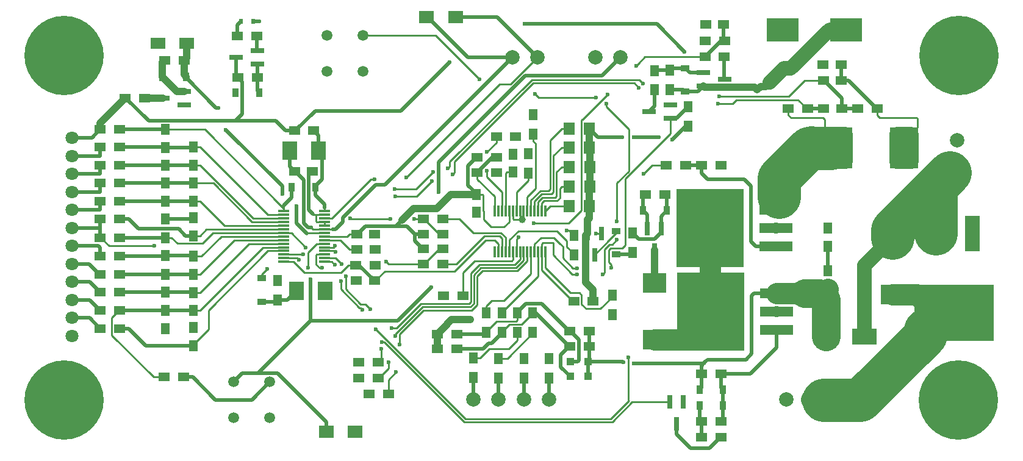
<source format=gbr>
G04 #@! TF.FileFunction,Copper,L1,Top,Signal*
%FSLAX46Y46*%
G04 Gerber Fmt 4.6, Leading zero omitted, Abs format (unit mm)*
G04 Created by KiCad (PCBNEW 4.0.4-stable) date Tuesday, December 27, 2016 'AMt' 12:33:23 AM*
%MOMM*%
%LPD*%
G01*
G04 APERTURE LIST*
%ADD10C,0.100000*%
%ADD11C,2.000000*%
%ADD12R,0.800000X1.900000*%
%ADD13R,1.000000X1.000000*%
%ADD14R,0.600000X0.800000*%
%ADD15R,1.970000X1.946000*%
%ADD16R,1.250000X1.500000*%
%ADD17R,1.500000X1.250000*%
%ADD18R,2.000000X1.600000*%
%ADD19R,2.000000X2.500000*%
%ADD20R,2.032000X5.000000*%
%ADD21R,1.597660X1.800860*%
%ADD22R,3.500120X2.301240*%
%ADD23R,4.500880X3.299460*%
%ADD24R,4.498340X3.299460*%
%ADD25C,11.000000*%
%ADD26C,0.700000*%
%ADD27R,1.900000X0.800000*%
%ADD28R,4.600000X1.390000*%
%ADD29R,9.400000X10.800000*%
%ADD30R,1.300000X1.500000*%
%ADD31R,3.200000X2.700000*%
%ADD32R,1.500000X1.300000*%
%ADD33C,1.500000*%
%ADD34R,2.000000X1.700000*%
%ADD35R,1.600000X0.300000*%
%ADD36R,0.300000X1.600000*%
%ADD37R,1.220000X0.910000*%
%ADD38R,0.910000X1.220000*%
%ADD39C,1.800000*%
%ADD40C,1.600000*%
%ADD41C,0.600000*%
%ADD42C,1.000000*%
%ADD43C,2.000000*%
%ADD44C,0.250000*%
%ADD45C,0.500000*%
%ADD46C,1.000000*%
%ADD47C,6.000000*%
%ADD48C,3.000000*%
%ADD49C,4.000000*%
G04 APERTURE END LIST*
D10*
D11*
X108000000Y-55500000D03*
X111500000Y-55500000D03*
X131700000Y-23000000D03*
X131700000Y-19500000D03*
X85000000Y-8000000D03*
X81500000Y-8000000D03*
X73500000Y-8000000D03*
X70000000Y-8000000D03*
D12*
X82350000Y-32475000D03*
X80450000Y-32475000D03*
X81400000Y-35475000D03*
D13*
X78050000Y-52325000D03*
X80550000Y-52325000D03*
X78050000Y-50275000D03*
X80550000Y-50275000D03*
D14*
X34025000Y-3000000D03*
X32325000Y-3000000D03*
D15*
X116210000Y-20600000D03*
X114240000Y-20600000D03*
X114240000Y-22546000D03*
X116210000Y-22546000D03*
X116210000Y-18654000D03*
X114240000Y-18654000D03*
X125360000Y-20600000D03*
X123390000Y-20600000D03*
X123390000Y-22546000D03*
X125360000Y-22546000D03*
X125360000Y-18654000D03*
X123390000Y-18654000D03*
D16*
X64975000Y-29550000D03*
X64975000Y-27050000D03*
D17*
X99325000Y-3475000D03*
X96825000Y-3475000D03*
D16*
X70125000Y-21475000D03*
X70125000Y-23975000D03*
X21800000Y-20550000D03*
X21800000Y-18050000D03*
X25750000Y-23000000D03*
X25750000Y-20500000D03*
X21800000Y-25500000D03*
X21800000Y-23000000D03*
X25750000Y-28000000D03*
X25750000Y-25500000D03*
X21800000Y-30500000D03*
X21800000Y-28000000D03*
X25750000Y-32800000D03*
X25750000Y-30300000D03*
X21850000Y-35550000D03*
X21850000Y-33050000D03*
X25750000Y-38150000D03*
X25750000Y-35650000D03*
X21850000Y-40650000D03*
X21850000Y-38150000D03*
X25750000Y-43200000D03*
X25750000Y-40700000D03*
X21850000Y-45700000D03*
X21850000Y-43200000D03*
X25750000Y-48050000D03*
X25750000Y-45550000D03*
D17*
X115675000Y-11250000D03*
X113175000Y-11250000D03*
X115725000Y-15150000D03*
X113225000Y-15150000D03*
X115625000Y-9050000D03*
X113125000Y-9050000D03*
X50875000Y-39050000D03*
X48375000Y-39050000D03*
D16*
X113800000Y-31750000D03*
X113800000Y-34250000D03*
D18*
X24800000Y-6075000D03*
X20800000Y-6075000D03*
D16*
X113800000Y-37700000D03*
X113800000Y-40200000D03*
D19*
X43100000Y-21000000D03*
X39100000Y-21000000D03*
X40050000Y-40450000D03*
X44050000Y-40450000D03*
D17*
X48400000Y-32575000D03*
X50900000Y-32575000D03*
X39775000Y-23850000D03*
X42275000Y-23850000D03*
X50925000Y-34675000D03*
X48425000Y-34675000D03*
D13*
X136300000Y-46870000D03*
X135300000Y-46870000D03*
X135300000Y-45870000D03*
X136300000Y-45870000D03*
X134300000Y-45870000D03*
X133300000Y-45870000D03*
X133300000Y-46870000D03*
X134300000Y-46870000D03*
X130300000Y-46870000D03*
X129300000Y-46870000D03*
X129300000Y-45870000D03*
X130300000Y-45870000D03*
X132300000Y-45870000D03*
X131300000Y-45870000D03*
X131300000Y-46870000D03*
X132300000Y-46870000D03*
X128300000Y-46870000D03*
X128300000Y-45870000D03*
X127300000Y-45870000D03*
X126300000Y-45870000D03*
X126300000Y-46870000D03*
X127300000Y-46870000D03*
X127300000Y-44870000D03*
X126300000Y-44870000D03*
X126300000Y-43870000D03*
X127300000Y-43870000D03*
X128300000Y-43870000D03*
X128300000Y-44870000D03*
X132300000Y-44870000D03*
X131300000Y-44870000D03*
X131300000Y-43870000D03*
X132300000Y-43870000D03*
X130300000Y-43870000D03*
X129300000Y-43870000D03*
X129300000Y-44870000D03*
X130300000Y-44870000D03*
X134300000Y-44870000D03*
X133300000Y-44870000D03*
X133300000Y-43870000D03*
X134300000Y-43870000D03*
X136300000Y-43870000D03*
X135300000Y-43870000D03*
X135300000Y-44870000D03*
X136300000Y-44870000D03*
D20*
X133840000Y-32455000D03*
X128760000Y-32455000D03*
D13*
X136300000Y-42100000D03*
X136300000Y-42880000D03*
X135300000Y-42880000D03*
X135300000Y-42100000D03*
X134300000Y-42100000D03*
X133300000Y-42100000D03*
X133300000Y-42880000D03*
X132300000Y-42100000D03*
X131300000Y-42880000D03*
X134300000Y-42880000D03*
X131300000Y-42100000D03*
X132300000Y-42880000D03*
X132300000Y-41100000D03*
X131300000Y-41100000D03*
X131300000Y-40100000D03*
X132300000Y-40100000D03*
X130300000Y-40100000D03*
X133300000Y-41100000D03*
X130300000Y-41100000D03*
X133300000Y-40100000D03*
X127300000Y-42100000D03*
X126300000Y-42100000D03*
X126300000Y-42880000D03*
X127300000Y-41100000D03*
X127300000Y-42880000D03*
X126300000Y-41100000D03*
X134300000Y-40100000D03*
X136300000Y-40100000D03*
X135300000Y-40100000D03*
X135300000Y-41100000D03*
X134300000Y-41100000D03*
X136300000Y-41100000D03*
X129300000Y-40100000D03*
X128300000Y-41100000D03*
X126300000Y-40100000D03*
X127300000Y-40100000D03*
X128300000Y-40100000D03*
X129300000Y-41100000D03*
X129300000Y-42880000D03*
X130300000Y-42100000D03*
X128300000Y-42880000D03*
X128300000Y-42100000D03*
X129300000Y-42100000D03*
X130300000Y-42880000D03*
D21*
X80719860Y-28700000D03*
X77880140Y-28700000D03*
X80744860Y-25950000D03*
X77905140Y-25950000D03*
X80744860Y-23225000D03*
X77905140Y-23225000D03*
X80719860Y-20550000D03*
X77880140Y-20550000D03*
X80719860Y-17925000D03*
X77880140Y-17925000D03*
D22*
X118900020Y-46825000D03*
X113499980Y-46825000D03*
D23*
X116324280Y-4225000D03*
D24*
X107525720Y-4225000D03*
D11*
X64600000Y-55500000D03*
X68100000Y-55500000D03*
X71600000Y-55500000D03*
X75100000Y-55500000D03*
D25*
X131926815Y-55573185D03*
D26*
X136051815Y-55573185D03*
X134853630Y-58500000D03*
X131926815Y-59698185D03*
X129000000Y-58500000D03*
X127801815Y-55573185D03*
X129000000Y-52646370D03*
X131926815Y-51448185D03*
X134853630Y-52646370D03*
D25*
X132000000Y-7775000D03*
D26*
X136125000Y-7775000D03*
X134926815Y-10701815D03*
X132000000Y-11900000D03*
X129073185Y-10701815D03*
X127875000Y-7775000D03*
X129073185Y-4848185D03*
X132000000Y-3650000D03*
X134926815Y-4848185D03*
D25*
X7773185Y-55573185D03*
D26*
X11898185Y-55573185D03*
X10700000Y-58500000D03*
X7773185Y-59698185D03*
X4846370Y-58500000D03*
X3648185Y-55573185D03*
X4846370Y-52646370D03*
X7773185Y-51448185D03*
X10700000Y-52646370D03*
D25*
X7775000Y-7800000D03*
D26*
X11900000Y-7800000D03*
X10701815Y-10726815D03*
X7775000Y-11925000D03*
X4848185Y-10726815D03*
X3650000Y-7800000D03*
X4848185Y-4873185D03*
X7775000Y-3675000D03*
X10701815Y-4873185D03*
D12*
X90650000Y-31800000D03*
X88750000Y-31800000D03*
X89700000Y-34800000D03*
D27*
X96500000Y-10125000D03*
X96500000Y-12025000D03*
X99500000Y-11075000D03*
X91975000Y-16500000D03*
X91975000Y-14600000D03*
X88975000Y-15550000D03*
D28*
X106600000Y-31760000D03*
D29*
X97450000Y-31760000D03*
D28*
X106600000Y-29220000D03*
X106600000Y-34300000D03*
X106675000Y-43300000D03*
D29*
X97525000Y-43300000D03*
D28*
X106675000Y-40760000D03*
X106675000Y-45840000D03*
D27*
X24500000Y-14625000D03*
X24500000Y-12725000D03*
X21500000Y-13675000D03*
D12*
X93750000Y-55900000D03*
X91850000Y-55900000D03*
X92800000Y-58900000D03*
D30*
X64600000Y-49775000D03*
X64600000Y-52475000D03*
X68100000Y-49825000D03*
X68100000Y-52525000D03*
X71625000Y-49825000D03*
X71625000Y-52525000D03*
X75100000Y-49850000D03*
X75100000Y-52550000D03*
D31*
X122725000Y-33050000D03*
X122725000Y-40950000D03*
D32*
X57675000Y-34650000D03*
X60375000Y-34650000D03*
D30*
X78525000Y-32725000D03*
X78525000Y-35425000D03*
D31*
X89700000Y-39350000D03*
X89700000Y-47250000D03*
D32*
X57675000Y-32575000D03*
X60375000Y-32575000D03*
D30*
X86675000Y-32400000D03*
X86675000Y-35100000D03*
D32*
X57675000Y-36750000D03*
X60375000Y-36750000D03*
X57650000Y-30475000D03*
X60350000Y-30475000D03*
X91150000Y-27100000D03*
X88450000Y-27100000D03*
X60450000Y-41100000D03*
X63150000Y-41100000D03*
X48675000Y-50400000D03*
X51375000Y-50400000D03*
X48675000Y-52525000D03*
X51375000Y-52525000D03*
X70475000Y-19000000D03*
X67775000Y-19000000D03*
X50100000Y-54800000D03*
X52800000Y-54800000D03*
D30*
X83875000Y-43775000D03*
X83875000Y-41075000D03*
X72925000Y-15975000D03*
X72925000Y-18675000D03*
X66389585Y-46233133D03*
X66389585Y-43533133D03*
X68564585Y-46208133D03*
X68564585Y-43508133D03*
D32*
X59625000Y-46425000D03*
X62325000Y-46425000D03*
X77975000Y-46050000D03*
X80675000Y-46050000D03*
X59625000Y-48525000D03*
X62325000Y-48525000D03*
X99425000Y-7975000D03*
X96725000Y-7975000D03*
X99475000Y-5700000D03*
X96775000Y-5700000D03*
X77975000Y-48175000D03*
X80675000Y-48175000D03*
D30*
X70700000Y-46200000D03*
X70700000Y-43500000D03*
X72825000Y-46200000D03*
X72825000Y-43500000D03*
X91825000Y-12500000D03*
X91825000Y-9800000D03*
X89750000Y-9850000D03*
X89750000Y-12550000D03*
X94400000Y-17600000D03*
X94400000Y-14900000D03*
D32*
X65140001Y-24035000D03*
X67840001Y-24035000D03*
X65125000Y-21950000D03*
X67825000Y-21950000D03*
D30*
X72225000Y-21400000D03*
X72225000Y-24100000D03*
D32*
X81225000Y-41925000D03*
X78525000Y-41925000D03*
X12800000Y-18050000D03*
X15500000Y-18050000D03*
X12800000Y-20500000D03*
X15500000Y-20500000D03*
X12800000Y-23000000D03*
X15500000Y-23000000D03*
X12800000Y-25500000D03*
X15500000Y-25500000D03*
X12800000Y-28000000D03*
X15500000Y-28000000D03*
X12800000Y-30500000D03*
X15500000Y-30500000D03*
X12800000Y-33050000D03*
X15500000Y-33050000D03*
X12800000Y-35600000D03*
X15500000Y-35600000D03*
X12800000Y-38150000D03*
X15500000Y-38150000D03*
X12800000Y-40650000D03*
X15500000Y-40650000D03*
X12800000Y-43200000D03*
X15500000Y-43200000D03*
X12800000Y-45700000D03*
X15500000Y-45700000D03*
X117975000Y-15150000D03*
X120675000Y-15150000D03*
X110975000Y-15150000D03*
X108275000Y-15150000D03*
X48275000Y-36875000D03*
X50975000Y-36875000D03*
X96250000Y-23000000D03*
X98950000Y-23000000D03*
X21725000Y-8450000D03*
X24425000Y-8450000D03*
X91350000Y-23000000D03*
X94050000Y-23000000D03*
X16275000Y-13675000D03*
X18975000Y-13675000D03*
X99000000Y-60800000D03*
X96300000Y-60800000D03*
X96250000Y-58600000D03*
X98950000Y-58600000D03*
X98950000Y-52000000D03*
X96250000Y-52000000D03*
X39750000Y-18225000D03*
X42450000Y-18225000D03*
X21675000Y-52400000D03*
X24375000Y-52400000D03*
D30*
X37450000Y-39050000D03*
X37450000Y-41750000D03*
D33*
X44300000Y-5000000D03*
X49300000Y-5000000D03*
X44300000Y-10000000D03*
X49300000Y-10000000D03*
X31325000Y-53075000D03*
X36325000Y-53075000D03*
X31325000Y-58075000D03*
X36325000Y-58075000D03*
D34*
X44175000Y-60000000D03*
X48175000Y-60000000D03*
X62100000Y-2425000D03*
X58100000Y-2425000D03*
D35*
X43900000Y-36400000D03*
X43900000Y-35900000D03*
X43900000Y-35400000D03*
X43900000Y-34900000D03*
X43900000Y-34400000D03*
X43900000Y-33900000D03*
X43900000Y-33400000D03*
X43900000Y-32900000D03*
X43900000Y-32400000D03*
X43900000Y-31900000D03*
X43900000Y-31400000D03*
X43900000Y-30900000D03*
X43900000Y-30400000D03*
X43900000Y-29900000D03*
X43900000Y-29400000D03*
X38300000Y-29400000D03*
X38300000Y-29900000D03*
X38300000Y-30400000D03*
X38300000Y-30900000D03*
X38300000Y-31400000D03*
X38300000Y-31900000D03*
X38300000Y-32400000D03*
X38300000Y-32900000D03*
X38300000Y-33400000D03*
X38300000Y-33900000D03*
X38300000Y-34400000D03*
X38300000Y-34900000D03*
X38300000Y-35400000D03*
X38300000Y-35900000D03*
X38300000Y-36400000D03*
D36*
X67575000Y-35000000D03*
X68075000Y-35000000D03*
X68575000Y-35000000D03*
X69075000Y-35000000D03*
X69575000Y-35000000D03*
X70075000Y-35000000D03*
X70575000Y-35000000D03*
X71075000Y-35000000D03*
X71575000Y-35000000D03*
X72075000Y-35000000D03*
X72575000Y-35000000D03*
X73075000Y-35000000D03*
X73575000Y-35000000D03*
X74075000Y-35000000D03*
X74575000Y-35000000D03*
X74575000Y-29400000D03*
X74075000Y-29400000D03*
X73575000Y-29400000D03*
X73075000Y-29400000D03*
X72575000Y-29400000D03*
X72075000Y-29400000D03*
X71575000Y-29400000D03*
X71075000Y-29400000D03*
X70575000Y-29400000D03*
X70075000Y-29400000D03*
X69575000Y-29400000D03*
X69075000Y-29400000D03*
X68575000Y-29400000D03*
X68075000Y-29400000D03*
X67575000Y-29400000D03*
D37*
X84400000Y-35385000D03*
X84400000Y-32115000D03*
D38*
X91435000Y-29300000D03*
X88165000Y-29300000D03*
D37*
X94000000Y-12785000D03*
X94000000Y-9515000D03*
D38*
X24710000Y-10700000D03*
X21440000Y-10700000D03*
X99235000Y-56400000D03*
X95965000Y-56400000D03*
X99235000Y-54200000D03*
X95965000Y-54200000D03*
X42660000Y-26050000D03*
X39390000Y-26050000D03*
D37*
X35225000Y-41985000D03*
X35225000Y-38715000D03*
D38*
X34860000Y-12950000D03*
X31590000Y-12950000D03*
D27*
X34625000Y-8975000D03*
X34625000Y-7075000D03*
X31625000Y-8025000D03*
D32*
X34500000Y-5100000D03*
X31800000Y-5100000D03*
X31900000Y-10850000D03*
X34600000Y-10850000D03*
D39*
X8900000Y-19200000D03*
X8900000Y-21700000D03*
X8900000Y-24200000D03*
X8900000Y-26700000D03*
X8900000Y-29200000D03*
X8900000Y-31700000D03*
X8900000Y-34200000D03*
X8900000Y-36700000D03*
X8900000Y-39200000D03*
X8900000Y-41700000D03*
X8900000Y-44200000D03*
X8900000Y-46700000D03*
D40*
X107401440Y-3950000D03*
D41*
X91975000Y-14600000D03*
X96825000Y-3475000D03*
X96775000Y-5700000D03*
X72925000Y-15975000D03*
X83875000Y-43775000D03*
X50100000Y-54800000D03*
X48675000Y-52525000D03*
X48675000Y-50400000D03*
X60450000Y-41100000D03*
X70125000Y-21475000D03*
X70475000Y-19000000D03*
D42*
X67840001Y-24035000D03*
X71325001Y-30560558D03*
X64975000Y-29550000D03*
D41*
X34875000Y-3000000D03*
X31590000Y-12950000D03*
X43625000Y-37275000D03*
X75100000Y-49850000D03*
X71625000Y-49825000D03*
X48175000Y-60000000D03*
D42*
X44050000Y-40450000D03*
X50900000Y-32575000D03*
X50925000Y-34675000D03*
X50975000Y-36875000D03*
X48375000Y-39050000D03*
X20800000Y-6075000D03*
X25750000Y-45550000D03*
X21850000Y-45700000D03*
D41*
X93750000Y-55900000D03*
D42*
X64150000Y-44450000D03*
D41*
X85225000Y-19100000D03*
X86825000Y-19125000D03*
X90300000Y-19125000D03*
X92200000Y-19450000D03*
X72225000Y-21400000D03*
D42*
X81225000Y-41925000D03*
X80744860Y-25950000D03*
X64975000Y-27050000D03*
D41*
X87225000Y-9200000D03*
X83225000Y-13200000D03*
X72950000Y-31075000D03*
X70900000Y-33000000D03*
X35225000Y-41985000D03*
X24500000Y-14625000D03*
X42075000Y-31675000D03*
X25750000Y-30300000D03*
X41350000Y-34450000D03*
X35975000Y-37400000D03*
X98700000Y-13450000D03*
X88100000Y-11625000D03*
X61025000Y-23450000D03*
X59000000Y-23950000D03*
X53700000Y-26325000D03*
X40982550Y-35374999D03*
X98575000Y-14500000D03*
X87573195Y-12227063D03*
X61675000Y-24300000D03*
X58875000Y-25175000D03*
X53775000Y-27300000D03*
X40400000Y-36150000D03*
D42*
X113125000Y-9050000D03*
X110975000Y-15150000D03*
D41*
X113800000Y-31750000D03*
X98900000Y-23000000D03*
X106600000Y-29220000D03*
X40075000Y-28700000D03*
X38100000Y-27025000D03*
X30250000Y-18075000D03*
X29200000Y-15025000D03*
D40*
X113499980Y-46825000D03*
D41*
X86825000Y-50500000D03*
X85425000Y-50350000D03*
X88750000Y-31800000D03*
X106700000Y-40800000D03*
X113800000Y-40200000D03*
D42*
X103975000Y-12550000D03*
D41*
X96500000Y-12025000D03*
X93900000Y-7225000D03*
X71700000Y-3375000D03*
X61325000Y-8675000D03*
X20350000Y-34225000D03*
X37450000Y-39050000D03*
X58725000Y-39950000D03*
X41950000Y-38850000D03*
X41625000Y-37275000D03*
X59800000Y-26750000D03*
X55250000Y-24675000D03*
X50850000Y-24975000D03*
X77575000Y-32050000D03*
X81650000Y-32475000D03*
X78975000Y-37300000D03*
X83725000Y-37275000D03*
D40*
X98490000Y-28950000D03*
X106600000Y-31760000D03*
X97525000Y-43300000D03*
X106675000Y-43300000D03*
D41*
X46300000Y-36725000D03*
X46875000Y-38450000D03*
X50275000Y-42975000D03*
X51925000Y-47525000D03*
X52450000Y-36375000D03*
X45450000Y-35025000D03*
X53050000Y-30425000D03*
X56400000Y-30475000D03*
X45400000Y-34175000D03*
X47475000Y-30400000D03*
X53275000Y-45650000D03*
X51775000Y-48475000D03*
X52800000Y-50400000D03*
X53729442Y-46729442D03*
X66475000Y-21175000D03*
X66467831Y-23767831D03*
X53850000Y-51725000D03*
X54375000Y-47900000D03*
X79000000Y-38125000D03*
X73125000Y-13075000D03*
X84525000Y-30825000D03*
X84525000Y-33350000D03*
X82550000Y-38125000D03*
X83050000Y-14475000D03*
X81575000Y-13625000D03*
X65425000Y-11075000D03*
X86125000Y-49650000D03*
X45350000Y-36825000D03*
X46200000Y-39075000D03*
X49200000Y-43100000D03*
X51075000Y-45750000D03*
X88200000Y-24200000D03*
D43*
X125360000Y-20600000D02*
X125360000Y-22546000D01*
X123390000Y-18654000D02*
X123390000Y-20600000D01*
X123390000Y-22546000D02*
X123390000Y-18654000D01*
X125360000Y-22546000D02*
X123390000Y-22546000D01*
X125360000Y-18654000D02*
X125360000Y-22546000D01*
X123390000Y-18654000D02*
X125360000Y-18654000D01*
D44*
X120675000Y-15150000D02*
X120675000Y-16050000D01*
X126100000Y-16375000D02*
X126225000Y-16500000D01*
X120675000Y-16050000D02*
X121000000Y-16375000D01*
X126225000Y-17789000D02*
X125360000Y-18654000D01*
X121000000Y-16375000D02*
X126100000Y-16375000D01*
X126225000Y-16500000D02*
X126225000Y-17789000D01*
X71575000Y-29400000D02*
X71575000Y-30310559D01*
X71575000Y-30310559D02*
X71325001Y-30560558D01*
X71075000Y-29400000D02*
X71075000Y-30310557D01*
X71075000Y-30310557D02*
X71325001Y-30560558D01*
X70075000Y-29400000D02*
X70075000Y-30450000D01*
X70075000Y-30450000D02*
X70185558Y-30560558D01*
X70185558Y-30560558D02*
X71325001Y-30560558D01*
D45*
X34025000Y-3000000D02*
X34875000Y-3000000D01*
D44*
X43900000Y-35400000D02*
X42850000Y-35400000D01*
X42850000Y-35400000D02*
X42774999Y-35475001D01*
X43239998Y-37275000D02*
X43625000Y-37275000D01*
X42774999Y-35475001D02*
X42774999Y-36810001D01*
X42774999Y-36810001D02*
X43239998Y-37275000D01*
X125546000Y-18654000D02*
X125360000Y-18654000D01*
D45*
X115675000Y-11250000D02*
X115675000Y-9100000D01*
X115675000Y-9100000D02*
X115625000Y-9050000D01*
X120675000Y-15150000D02*
X120575000Y-15150000D01*
X120575000Y-15150000D02*
X116675000Y-11250000D01*
X116675000Y-11250000D02*
X115675000Y-11250000D01*
X8900000Y-44200000D02*
X11300000Y-44200000D01*
X11300000Y-44200000D02*
X12800000Y-45700000D01*
D46*
X80450000Y-32475000D02*
X80200000Y-32725000D01*
X80200000Y-32725000D02*
X80200000Y-39250000D01*
X80200000Y-39250000D02*
X81225000Y-40275000D01*
X81225000Y-40275000D02*
X81225000Y-41925000D01*
X80719860Y-30344860D02*
X80630140Y-30344860D01*
X80630140Y-30344860D02*
X80450000Y-30525000D01*
X80450000Y-30525000D02*
X80450000Y-32475000D01*
X60975000Y-45050000D02*
X61575000Y-44450000D01*
X61575000Y-44450000D02*
X64150000Y-44450000D01*
X60975000Y-45075000D02*
X60975000Y-45050000D01*
D45*
X85225000Y-19100000D02*
X81894860Y-19100000D01*
X81894860Y-19100000D02*
X80719860Y-17925000D01*
X90300000Y-19125000D02*
X86825000Y-19125000D01*
X94400000Y-17600000D02*
X94050000Y-17600000D01*
X94050000Y-17600000D02*
X92200000Y-19450000D01*
D46*
X59625000Y-46425000D02*
X59625000Y-48525000D01*
X60975000Y-45075000D02*
X59625000Y-46425000D01*
D45*
X65125000Y-21950000D02*
X65014999Y-21950000D01*
X63850000Y-25800000D02*
X64975000Y-26925000D01*
X65014999Y-21950000D02*
X63850000Y-23114999D01*
X64975000Y-26925000D02*
X64975000Y-27050000D01*
X63850000Y-23114999D02*
X63850000Y-25800000D01*
D46*
X81400000Y-41750000D02*
X81225000Y-41925000D01*
D44*
X68825000Y-31600000D02*
X69575000Y-30850000D01*
X69575000Y-30850000D02*
X69575000Y-29400000D01*
X67050000Y-31600000D02*
X68825000Y-31600000D01*
X66000000Y-30550000D02*
X67050000Y-31600000D01*
X66000000Y-29360002D02*
X66000000Y-30550000D01*
X65975000Y-27175000D02*
X65975000Y-29335002D01*
X65975000Y-29335002D02*
X66000000Y-29360002D01*
X64975000Y-27050000D02*
X65850000Y-27050000D01*
X65850000Y-27050000D02*
X65975000Y-27175000D01*
D46*
X80719860Y-20550000D02*
X80719860Y-17925000D01*
X80744860Y-23225000D02*
X80744860Y-20575000D01*
X80744860Y-20575000D02*
X80719860Y-20550000D01*
X80744860Y-25950000D02*
X80744860Y-23225000D01*
X80719860Y-28700000D02*
X80719860Y-25975000D01*
X80719860Y-25975000D02*
X80744860Y-25950000D01*
X80719860Y-30344860D02*
X80719860Y-28700000D01*
X54675000Y-30650000D02*
X56325000Y-29000000D01*
X56325000Y-29000000D02*
X59550000Y-29000000D01*
X59550000Y-29000000D02*
X61500000Y-27050000D01*
X61500000Y-27050000D02*
X64975000Y-27050000D01*
D45*
X53825001Y-31499999D02*
X54675000Y-30650000D01*
X49600001Y-31499999D02*
X53825001Y-31499999D01*
X56425000Y-32575000D02*
X56425000Y-33500000D01*
X56425000Y-33500000D02*
X57575000Y-34650000D01*
X57575000Y-34650000D02*
X57675000Y-34650000D01*
X48400000Y-32575000D02*
X48525000Y-32575000D01*
X48525000Y-32575000D02*
X49600001Y-31499999D01*
X49600001Y-31499999D02*
X55349999Y-31499999D01*
X55349999Y-31499999D02*
X56425000Y-32575000D01*
X56425000Y-32575000D02*
X57675000Y-32575000D01*
D44*
X48400000Y-32575000D02*
X47400000Y-32575000D01*
X47400000Y-32575000D02*
X47075000Y-32900000D01*
X47075000Y-32900000D02*
X44950000Y-32900000D01*
X44950000Y-32900000D02*
X43900000Y-32900000D01*
X87225000Y-9200000D02*
X87524999Y-8900001D01*
X87524999Y-8835599D02*
X88385598Y-7975000D01*
X87524999Y-8900001D02*
X87524999Y-8835599D01*
X79596029Y-16764569D02*
X79661029Y-16699569D01*
X79661029Y-16699569D02*
X79725431Y-16699569D01*
X79725431Y-16699569D02*
X83225000Y-13200000D01*
D45*
X99475000Y-5700000D02*
X99000000Y-5700000D01*
X99000000Y-5700000D02*
X96725000Y-7975000D01*
X99325000Y-3475000D02*
X99325000Y-5550000D01*
X99325000Y-5550000D02*
X99475000Y-5700000D01*
D44*
X72950000Y-31075000D02*
X77789402Y-31075000D01*
X77789402Y-31075000D02*
X79596029Y-29268373D01*
X79596029Y-29268373D02*
X79596029Y-16764569D01*
X88385598Y-7975000D02*
X95725000Y-7975000D01*
X95725000Y-7975000D02*
X96725000Y-7975000D01*
X70575000Y-35000000D02*
X70575000Y-33325000D01*
X70575000Y-33325000D02*
X70900000Y-33000000D01*
X69075000Y-29400000D02*
X69075000Y-24150000D01*
X69075000Y-24150000D02*
X69250000Y-23975000D01*
X69250000Y-23975000D02*
X70125000Y-23975000D01*
X25750000Y-20500000D02*
X26625000Y-20500000D01*
X26625000Y-20500000D02*
X36025000Y-29900000D01*
X36025000Y-29900000D02*
X37250000Y-29900000D01*
X37250000Y-29900000D02*
X38300000Y-29900000D01*
D45*
X21800000Y-20550000D02*
X25700000Y-20550000D01*
X25700000Y-20550000D02*
X25750000Y-20500000D01*
X15500000Y-20500000D02*
X21750000Y-20500000D01*
X21750000Y-20500000D02*
X21800000Y-20550000D01*
X38300000Y-28575000D02*
X39390000Y-27485000D01*
X39390000Y-27485000D02*
X39390000Y-26050000D01*
D44*
X38300000Y-29400000D02*
X38300000Y-28575000D01*
X21800000Y-18050000D02*
X27350000Y-18050000D01*
X27350000Y-18050000D02*
X38300000Y-29000000D01*
X38300000Y-29000000D02*
X38300000Y-29400000D01*
D45*
X15500000Y-18050000D02*
X16750000Y-18050000D01*
X16750000Y-18050000D02*
X21800000Y-18050000D01*
D44*
X25750000Y-23000000D02*
X26625000Y-23000000D01*
X37250000Y-30400000D02*
X38300000Y-30400000D01*
X26625000Y-23000000D02*
X34025000Y-30400000D01*
X34025000Y-30400000D02*
X37250000Y-30400000D01*
D45*
X21800000Y-23000000D02*
X25750000Y-23000000D01*
X15500000Y-23000000D02*
X21800000Y-23000000D01*
D44*
X25750000Y-25500000D02*
X28488590Y-25500000D01*
X28488590Y-25500000D02*
X33888590Y-30900000D01*
X33888590Y-30900000D02*
X37250000Y-30900000D01*
X37250000Y-30900000D02*
X38300000Y-30900000D01*
D45*
X21800000Y-25500000D02*
X25750000Y-25500000D01*
X15500000Y-25500000D02*
X21800000Y-25500000D01*
D44*
X25750000Y-28000000D02*
X26625000Y-28000000D01*
X26625000Y-28000000D02*
X30025000Y-31400000D01*
X30025000Y-31400000D02*
X37250000Y-31400000D01*
X37250000Y-31400000D02*
X38300000Y-31400000D01*
D45*
X21800000Y-28000000D02*
X25750000Y-28000000D01*
X15500000Y-28000000D02*
X21800000Y-28000000D01*
X42075000Y-31675000D02*
X41650736Y-31675000D01*
X41650736Y-31675000D02*
X41054989Y-31079253D01*
X41054989Y-31079253D02*
X41054989Y-25004989D01*
X41054989Y-25004989D02*
X39900000Y-23850000D01*
X39900000Y-23850000D02*
X39775000Y-23850000D01*
D44*
X43900000Y-31900000D02*
X42300000Y-31900000D01*
X42300000Y-31900000D02*
X42075000Y-31675000D01*
D45*
X46475000Y-30875000D02*
X46475000Y-30289998D01*
X46475000Y-30289998D02*
X51039997Y-25725001D01*
X51039997Y-25725001D02*
X52274999Y-25725001D01*
X52274999Y-25725001D02*
X69000001Y-8999999D01*
X69000001Y-8999999D02*
X70000000Y-8000000D01*
X45049999Y-31875001D02*
X45474999Y-31875001D01*
X45474999Y-31875001D02*
X46475000Y-30875000D01*
X64825000Y-8000000D02*
X63825000Y-8000000D01*
X63825000Y-8000000D02*
X58250000Y-2425000D01*
X58250000Y-2425000D02*
X58100000Y-2425000D01*
X64825000Y-8000000D02*
X68585787Y-8000000D01*
X68585787Y-8000000D02*
X70000000Y-8000000D01*
X45049999Y-31875001D02*
X45224999Y-31875001D01*
D44*
X43900000Y-31900000D02*
X44675000Y-31900000D01*
X44675000Y-31900000D02*
X44699999Y-31875001D01*
X44699999Y-31875001D02*
X45049999Y-31875001D01*
D45*
X39100000Y-21000000D02*
X39100000Y-23175000D01*
X39100000Y-23175000D02*
X39775000Y-23850000D01*
X37450000Y-41750000D02*
X38750000Y-41750000D01*
X38750000Y-41750000D02*
X40050000Y-40450000D01*
X35225000Y-41985000D02*
X37215000Y-41985000D01*
X37215000Y-41985000D02*
X37450000Y-41750000D01*
X21800000Y-30500000D02*
X25550000Y-30500000D01*
X25550000Y-30500000D02*
X25750000Y-30300000D01*
D44*
X25750000Y-32800000D02*
X26625000Y-32800000D01*
X26625000Y-32800000D02*
X27525000Y-31900000D01*
X27525000Y-31900000D02*
X37250000Y-31900000D01*
X37250000Y-31900000D02*
X38300000Y-31900000D01*
D45*
X15500000Y-30500000D02*
X16750000Y-30500000D01*
X16750000Y-30500000D02*
X18099999Y-31849999D01*
X18099999Y-31849999D02*
X23674999Y-31849999D01*
X23674999Y-31849999D02*
X24625000Y-32800000D01*
X24625000Y-32800000D02*
X25750000Y-32800000D01*
D44*
X29600000Y-32900000D02*
X26850000Y-35650000D01*
X26850000Y-35650000D02*
X26625000Y-35650000D01*
X38300000Y-32900000D02*
X29600000Y-32900000D01*
X26625000Y-35650000D02*
X25750000Y-35650000D01*
D45*
X21850000Y-35550000D02*
X25650000Y-35550000D01*
X25650000Y-35550000D02*
X25750000Y-35650000D01*
X15500000Y-35600000D02*
X21800000Y-35600000D01*
X21800000Y-35600000D02*
X21850000Y-35550000D01*
D44*
X39350000Y-32400000D02*
X39350000Y-32450000D01*
X39350000Y-32450000D02*
X41350000Y-34450000D01*
X39350000Y-32400000D02*
X38300000Y-32400000D01*
X35225000Y-38715000D02*
X35225000Y-38150000D01*
X35225000Y-38150000D02*
X35975000Y-37400000D01*
X38300000Y-32400000D02*
X28450000Y-32400000D01*
X28450000Y-32400000D02*
X26974999Y-33875001D01*
X26974999Y-33875001D02*
X23550001Y-33875001D01*
X23550001Y-33875001D02*
X22725000Y-33050000D01*
X22725000Y-33050000D02*
X21850000Y-33050000D01*
D45*
X15500000Y-33050000D02*
X21850000Y-33050000D01*
D44*
X25750000Y-38150000D02*
X26625000Y-38150000D01*
X26625000Y-38150000D02*
X31375000Y-33400000D01*
X37250000Y-33400000D02*
X38300000Y-33400000D01*
X31375000Y-33400000D02*
X37250000Y-33400000D01*
D45*
X21850000Y-38150000D02*
X25750000Y-38150000D01*
X15500000Y-38150000D02*
X21850000Y-38150000D01*
D44*
X25750000Y-40700000D02*
X26625000Y-40700000D01*
X26625000Y-40700000D02*
X33425000Y-33900000D01*
X33425000Y-33900000D02*
X37250000Y-33900000D01*
X37250000Y-33900000D02*
X38300000Y-33900000D01*
D45*
X21850000Y-40650000D02*
X25700000Y-40650000D01*
X25700000Y-40650000D02*
X25750000Y-40700000D01*
X15500000Y-40650000D02*
X21850000Y-40650000D01*
D44*
X21675000Y-52400000D02*
X20214998Y-52400000D01*
X20214998Y-52400000D02*
X14424999Y-46610001D01*
X15400000Y-43200000D02*
X15500000Y-43200000D01*
X14424999Y-46610001D02*
X14424999Y-44175001D01*
X14424999Y-44175001D02*
X15400000Y-43200000D01*
X25750000Y-43200000D02*
X26625000Y-43200000D01*
X26625000Y-43200000D02*
X35425000Y-34400000D01*
X35425000Y-34400000D02*
X37250000Y-34400000D01*
X37250000Y-34400000D02*
X38300000Y-34400000D01*
D45*
X21850000Y-43200000D02*
X25750000Y-43200000D01*
X15500000Y-43200000D02*
X21850000Y-43200000D01*
D44*
X27850000Y-43150000D02*
X36100000Y-34900000D01*
X36100000Y-34900000D02*
X38300000Y-34900000D01*
X27850000Y-45825000D02*
X27850000Y-43150000D01*
X25750000Y-48050000D02*
X25750000Y-47925000D01*
X25750000Y-47925000D02*
X27850000Y-45825000D01*
D45*
X15500000Y-45700000D02*
X16750000Y-45700000D01*
X16750000Y-45700000D02*
X19100000Y-48050000D01*
X19100000Y-48050000D02*
X24625000Y-48050000D01*
X24625000Y-48050000D02*
X25750000Y-48050000D01*
D44*
X98700000Y-13450000D02*
X108350000Y-13450000D01*
X108350000Y-13450000D02*
X110550000Y-11250000D01*
X110550000Y-11250000D02*
X113175000Y-11250000D01*
X72699990Y-11125010D02*
X87600010Y-11125010D01*
X87600010Y-11125010D02*
X88100000Y-11625000D01*
X61025000Y-23450000D02*
X61324999Y-23150001D01*
X61324999Y-23150001D02*
X61324999Y-22500001D01*
X61324999Y-22500001D02*
X72699990Y-11125010D01*
X112175000Y-11250000D02*
X113175000Y-11250000D01*
X53700000Y-26325000D02*
X56625000Y-26325000D01*
X56625000Y-26325000D02*
X59000000Y-23950000D01*
X38300000Y-35400000D02*
X40957549Y-35400000D01*
X40957549Y-35400000D02*
X40982550Y-35374999D01*
D45*
X115725000Y-15150000D02*
X115725000Y-13675000D01*
X115725000Y-13675000D02*
X113300000Y-11250000D01*
X113300000Y-11250000D02*
X113175000Y-11250000D01*
X117975000Y-15150000D02*
X115725000Y-15150000D01*
D44*
X109750000Y-14025000D02*
X110875000Y-15150000D01*
X100600000Y-14500000D02*
X101125000Y-13975000D01*
X101125000Y-13975000D02*
X109700000Y-13975000D01*
X109700000Y-13975000D02*
X109750000Y-14025000D01*
X98575000Y-14500000D02*
X100600000Y-14500000D01*
X72886390Y-11575020D02*
X86921152Y-11575020D01*
X86921152Y-11575020D02*
X87573195Y-12227063D01*
X110875000Y-15150000D02*
X110975000Y-15150000D01*
X62000000Y-22461410D02*
X72886390Y-11575020D01*
X61974999Y-22674999D02*
X62000000Y-22649998D01*
X62000000Y-22649998D02*
X62000000Y-22461410D01*
X61675000Y-24300000D02*
X61974999Y-24000001D01*
X61974999Y-24000001D02*
X61974999Y-22674999D01*
X53775000Y-27300000D02*
X56750000Y-27300000D01*
X56750000Y-27300000D02*
X58875000Y-25175000D01*
X38300000Y-35900000D02*
X40150000Y-35900000D01*
X40150000Y-35900000D02*
X40400000Y-36150000D01*
D45*
X113225000Y-15150000D02*
X110975000Y-15150000D01*
D44*
X68075000Y-35000000D02*
X68075000Y-33964998D01*
X68075000Y-33964998D02*
X67560002Y-33450000D01*
X67560002Y-33450000D02*
X66300000Y-33450000D01*
X66300000Y-33450000D02*
X61975000Y-37775000D01*
X61975000Y-37775000D02*
X52275000Y-37775000D01*
X52275000Y-37775000D02*
X51000000Y-39050000D01*
X51000000Y-39050000D02*
X50875000Y-39050000D01*
X38300000Y-36400000D02*
X39575000Y-36400000D01*
X39575000Y-36400000D02*
X41125000Y-37950000D01*
X41125000Y-37950000D02*
X46200000Y-37950000D01*
X46200000Y-37950000D02*
X47275000Y-36875000D01*
X47275000Y-36875000D02*
X48275000Y-36875000D01*
D45*
X48275000Y-36875000D02*
X48700000Y-36875000D01*
X48700000Y-36875000D02*
X50875000Y-39050000D01*
D43*
X116210000Y-20600000D02*
X116210000Y-22546000D01*
X114240000Y-18654000D02*
X116210000Y-18654000D01*
X114240000Y-22546000D02*
X114240000Y-18654000D01*
X116210000Y-22546000D02*
X114240000Y-22546000D01*
X116210000Y-18654000D02*
X116210000Y-22546000D01*
D47*
X114240000Y-20600000D02*
X113350000Y-20600000D01*
X113350000Y-20600000D02*
X111550000Y-20600000D01*
D44*
X113375000Y-16700000D02*
X113375000Y-20575000D01*
X113375000Y-20575000D02*
X113350000Y-20600000D01*
X113125000Y-16450000D02*
X113375000Y-16700000D01*
X108675000Y-16450000D02*
X113125000Y-16450000D01*
X108275000Y-15150000D02*
X108275000Y-16050000D01*
X108275000Y-16050000D02*
X108675000Y-16450000D01*
D43*
X106975000Y-24775000D02*
X106600000Y-25150000D01*
X106600000Y-25150000D02*
X106600000Y-29220000D01*
D47*
X106975000Y-24775000D02*
X106975000Y-27375000D01*
X111150000Y-20600000D02*
X106975000Y-24775000D01*
X114240000Y-20600000D02*
X111150000Y-20600000D01*
X111550000Y-20600000D02*
X111525000Y-20575000D01*
D44*
X113400000Y-17814000D02*
X114240000Y-18654000D01*
D45*
X113800000Y-37700000D02*
X113800000Y-34250000D01*
D44*
X41485774Y-32500000D02*
X41585774Y-32400000D01*
X41585774Y-32400000D02*
X43900000Y-32400000D01*
D45*
X40075000Y-28700000D02*
X40075000Y-31089226D01*
X40075000Y-31089226D02*
X41485774Y-32500000D01*
X30250000Y-18075000D02*
X38100000Y-25925000D01*
X38100000Y-25925000D02*
X38100000Y-27025000D01*
X24710000Y-10700000D02*
X24710000Y-10855000D01*
X24710000Y-10855000D02*
X28880000Y-15025000D01*
X28880000Y-15025000D02*
X29200000Y-15025000D01*
D46*
X24425000Y-8450000D02*
X24425000Y-10415000D01*
X24425000Y-10415000D02*
X24710000Y-10700000D01*
X24800000Y-6075000D02*
X24800000Y-8075000D01*
X24800000Y-8075000D02*
X24425000Y-8450000D01*
D48*
X106700000Y-40800000D02*
X110600000Y-40800000D01*
X110600000Y-40800000D02*
X113200000Y-40800000D01*
D49*
X113499980Y-46825000D02*
X113499980Y-41674380D01*
X113499980Y-41674380D02*
X112625600Y-40800000D01*
X112625600Y-40800000D02*
X110600000Y-40800000D01*
D48*
X113200000Y-40800000D02*
X113800000Y-40200000D01*
D45*
X96250000Y-50850000D02*
X96800000Y-50300000D01*
X96800000Y-50300000D02*
X97100000Y-50000000D01*
X86825000Y-50500000D02*
X96600000Y-50500000D01*
X96600000Y-50500000D02*
X96800000Y-50300000D01*
X80550000Y-50275000D02*
X85350000Y-50275000D01*
X85350000Y-50275000D02*
X85425000Y-50350000D01*
X80550000Y-50275000D02*
X80550000Y-52325000D01*
X80675000Y-48175000D02*
X80675000Y-50150000D01*
X80675000Y-50150000D02*
X80550000Y-50275000D01*
X80675000Y-46050000D02*
X80675000Y-48175000D01*
X88750000Y-31800000D02*
X88750000Y-29885000D01*
X88750000Y-29885000D02*
X88165000Y-29300000D01*
X88165000Y-29300000D02*
X88165000Y-27385000D01*
X88165000Y-27385000D02*
X88450000Y-27100000D01*
X96250000Y-52000000D02*
X96250000Y-53915000D01*
X96250000Y-53915000D02*
X95965000Y-54200000D01*
X103200000Y-41100000D02*
X103540000Y-40760000D01*
X103540000Y-40760000D02*
X106675000Y-40760000D01*
X103200000Y-49200000D02*
X103200000Y-41100000D01*
X102400000Y-50000000D02*
X103200000Y-49200000D01*
X97100000Y-50000000D02*
X102400000Y-50000000D01*
X96250000Y-52000000D02*
X96250000Y-50850000D01*
X43100000Y-21000000D02*
X43100000Y-18875000D01*
X43100000Y-18875000D02*
X42450000Y-18225000D01*
X43100000Y-21000000D02*
X43100000Y-21250000D01*
X43100000Y-21250000D02*
X43615000Y-21765000D01*
X43615000Y-21765000D02*
X43615000Y-24940000D01*
X43615000Y-24940000D02*
X42660000Y-25895000D01*
X42660000Y-25895000D02*
X42660000Y-26050000D01*
D44*
X43900000Y-28925000D02*
X43900000Y-29400000D01*
D45*
X43900000Y-28400000D02*
X43900000Y-28925000D01*
X42660000Y-26050000D02*
X42660000Y-27160000D01*
X42660000Y-27160000D02*
X43900000Y-28400000D01*
D44*
X42350000Y-29750000D02*
X42500000Y-29900000D01*
X42500000Y-29900000D02*
X43900000Y-29900000D01*
D45*
X41754999Y-29154999D02*
X42350000Y-29750000D01*
X42275000Y-23850000D02*
X42150000Y-23850000D01*
X42150000Y-23850000D02*
X41754999Y-24245001D01*
X41754999Y-24245001D02*
X41754999Y-29154999D01*
D44*
X43900000Y-30900000D02*
X42864998Y-30900000D01*
X42864998Y-30900000D02*
X42774999Y-30810001D01*
X42774999Y-30810001D02*
X42774999Y-29975001D01*
X42774999Y-29975001D02*
X42850000Y-29900000D01*
X42850000Y-29900000D02*
X43900000Y-29900000D01*
X43900000Y-31400000D02*
X43900000Y-30900000D01*
X48425000Y-34675000D02*
X47425000Y-34675000D01*
X47425000Y-34675000D02*
X46150000Y-33400000D01*
X46150000Y-33400000D02*
X44950000Y-33400000D01*
X44950000Y-33400000D02*
X43900000Y-33400000D01*
D43*
X108650000Y-9575000D02*
X114000000Y-4225000D01*
X114000000Y-4225000D02*
X116324280Y-4225000D01*
X107650000Y-9575000D02*
X108650000Y-9575000D01*
X105725000Y-11500000D02*
X107650000Y-9575000D01*
D46*
X105174999Y-12050001D02*
X105725000Y-11500000D01*
X103975000Y-12550000D02*
X104474999Y-12050001D01*
X104474999Y-12050001D02*
X105174999Y-12050001D01*
D43*
X122725000Y-33050000D02*
X118900020Y-36874980D01*
X118900020Y-36874980D02*
X118900020Y-46825000D01*
D47*
X122725000Y-33050000D02*
X122725000Y-31975000D01*
X122725000Y-31975000D02*
X128760000Y-25940000D01*
X130700000Y-24000000D02*
X128760000Y-25940000D01*
X128760000Y-25940000D02*
X128760000Y-32455000D01*
D46*
X131700000Y-23000000D02*
X130700000Y-24000000D01*
X96500000Y-12025000D02*
X96650001Y-12175001D01*
X96650001Y-12175001D02*
X103600001Y-12175001D01*
X103600001Y-12175001D02*
X103975000Y-12550000D01*
D45*
X90050000Y-3375000D02*
X93900000Y-7225000D01*
X71700000Y-3375000D02*
X90050000Y-3375000D01*
X54550000Y-15450000D02*
X61325000Y-8675000D01*
X42625000Y-15450000D02*
X54550000Y-15450000D01*
X39750000Y-18225000D02*
X39850000Y-18225000D01*
X39850000Y-18225000D02*
X42625000Y-15450000D01*
X94000000Y-12785000D02*
X95740000Y-12785000D01*
X95740000Y-12785000D02*
X96500000Y-12025000D01*
X91825000Y-12500000D02*
X93715000Y-12500000D01*
X93715000Y-12500000D02*
X94000000Y-12785000D01*
X19549999Y-16849999D02*
X31575000Y-16849999D01*
X31575000Y-16849999D02*
X37124999Y-16849999D01*
X31900000Y-10850000D02*
X32495001Y-11445001D01*
X32495001Y-11445001D02*
X32495001Y-15929998D01*
X32495001Y-15929998D02*
X31575000Y-16849999D01*
X31625000Y-8025000D02*
X31625000Y-10575000D01*
X31625000Y-10575000D02*
X31900000Y-10850000D01*
X16275000Y-13675000D02*
X16375000Y-13675000D01*
X16375000Y-13675000D02*
X19549999Y-16849999D01*
X37124999Y-16849999D02*
X38500000Y-18225000D01*
X38500000Y-18225000D02*
X39750000Y-18225000D01*
D46*
X12800000Y-18050000D02*
X12800000Y-17150000D01*
X12800000Y-17150000D02*
X16275000Y-13675000D01*
D45*
X12800000Y-18050000D02*
X12900000Y-18050000D01*
X8900000Y-19200000D02*
X11650000Y-19200000D01*
X11650000Y-19200000D02*
X12800000Y-18050000D01*
X84400000Y-35385000D02*
X86390000Y-35385000D01*
X86390000Y-35385000D02*
X86675000Y-35100000D01*
D44*
X81400000Y-35475000D02*
X81400000Y-35462178D01*
X81400000Y-35462178D02*
X83412178Y-33450000D01*
X83412178Y-33450000D02*
X83412178Y-33437822D01*
X83412178Y-33437822D02*
X84400000Y-32450000D01*
X84400000Y-32450000D02*
X84400000Y-32115000D01*
D45*
X86675000Y-32400000D02*
X87525000Y-33250000D01*
X87525000Y-33250000D02*
X89750000Y-33250000D01*
X90650000Y-32350000D02*
X90650000Y-31800000D01*
X89750000Y-33250000D02*
X90650000Y-32350000D01*
X91435000Y-29300000D02*
X91435000Y-27385000D01*
X91435000Y-27385000D02*
X91150000Y-27100000D01*
X90650000Y-31800000D02*
X90650000Y-30085000D01*
X90650000Y-30085000D02*
X91435000Y-29300000D01*
X62325000Y-46425000D02*
X66197718Y-46425000D01*
X66197718Y-46425000D02*
X66389585Y-46233133D01*
D44*
X70700000Y-43500000D02*
X70700000Y-44500000D01*
X70700000Y-44500000D02*
X70525011Y-44674989D01*
X70525011Y-44674989D02*
X67847729Y-44674989D01*
X67847729Y-44674989D02*
X66389585Y-46133133D01*
X66389585Y-46133133D02*
X66389585Y-46233133D01*
D45*
X77975000Y-46050000D02*
X77875000Y-46050000D01*
X77875000Y-46050000D02*
X74075000Y-42250000D01*
X74075000Y-42250000D02*
X71850000Y-42250000D01*
X71850000Y-42250000D02*
X70700000Y-43400000D01*
X70700000Y-43400000D02*
X70700000Y-43500000D01*
X78050000Y-50275000D02*
X79050000Y-50275000D01*
X79050000Y-50275000D02*
X79225000Y-50100000D01*
X79225000Y-50100000D02*
X79225000Y-47200000D01*
X79225000Y-47200000D02*
X78075000Y-46050000D01*
X78075000Y-46050000D02*
X77975000Y-46050000D01*
X62325000Y-48525000D02*
X65936814Y-48525000D01*
X65936814Y-48525000D02*
X66686814Y-47775000D01*
X66686814Y-47775000D02*
X67097718Y-47775000D01*
D44*
X68564585Y-46208133D02*
X68564585Y-46108133D01*
X68564585Y-46108133D02*
X69547719Y-45124999D01*
X71300001Y-45124999D02*
X72825000Y-43600000D01*
X69547719Y-45124999D02*
X71300001Y-45124999D01*
X72825000Y-43600000D02*
X72825000Y-43500000D01*
D45*
X77975000Y-48175000D02*
X77875000Y-48175000D01*
X77875000Y-48175000D02*
X73200000Y-43500000D01*
X73200000Y-43500000D02*
X72825000Y-43500000D01*
X78050000Y-52325000D02*
X76725000Y-51000000D01*
X76725000Y-51000000D02*
X76725000Y-49325000D01*
X76725000Y-49325000D02*
X77875000Y-48175000D01*
X67097718Y-47775000D02*
X68564585Y-46308133D01*
X68564585Y-46308133D02*
X68564585Y-46208133D01*
D44*
X77880140Y-28700000D02*
X75275000Y-28700000D01*
X75275000Y-28700000D02*
X74575000Y-29400000D01*
D45*
X91825000Y-9800000D02*
X89800000Y-9800000D01*
X89800000Y-9800000D02*
X89750000Y-9850000D01*
X94000000Y-9515000D02*
X92110000Y-9515000D01*
X92110000Y-9515000D02*
X91825000Y-9800000D01*
X96500000Y-10125000D02*
X94610000Y-10125000D01*
X94610000Y-10125000D02*
X94000000Y-9515000D01*
D44*
X74375000Y-27950000D02*
X74075000Y-28250000D01*
X74075000Y-28250000D02*
X74075000Y-29400000D01*
X76225000Y-27950000D02*
X74375000Y-27950000D01*
X76600000Y-27575000D02*
X76225000Y-27950000D01*
X76600000Y-26206310D02*
X76600000Y-27575000D01*
X77905140Y-25950000D02*
X76856310Y-25950000D01*
X76856310Y-25950000D02*
X76600000Y-26206310D01*
X76149991Y-27300009D02*
X75950010Y-27499990D01*
X75950010Y-27499990D02*
X74188599Y-27499991D01*
X74188599Y-27499991D02*
X73599999Y-28088591D01*
X73599999Y-28088591D02*
X73599999Y-29375001D01*
X73599999Y-29375001D02*
X73575000Y-29400000D01*
X76149991Y-23931319D02*
X76149991Y-27300009D01*
X77905140Y-23225000D02*
X76856310Y-23225000D01*
X76856310Y-23225000D02*
X76149991Y-23931319D01*
X77880140Y-20550000D02*
X76831310Y-20550000D01*
X76831310Y-20550000D02*
X75699981Y-21681329D01*
X75699981Y-21681329D02*
X75699981Y-26700019D01*
X75699981Y-26700019D02*
X75400000Y-27000000D01*
X75400000Y-27000000D02*
X74052180Y-27000000D01*
X74052180Y-27000000D02*
X73075000Y-27977180D01*
X73075000Y-27977180D02*
X73075000Y-28350000D01*
X73075000Y-28350000D02*
X73075000Y-29400000D01*
X75249971Y-26275029D02*
X74975010Y-26549990D01*
X74975010Y-26549990D02*
X73865779Y-26549991D01*
X73865779Y-26549991D02*
X72550001Y-27865769D01*
X72550001Y-27865769D02*
X72550001Y-29375001D01*
X72550001Y-29375001D02*
X72575000Y-29400000D01*
X75249971Y-19506339D02*
X75249971Y-26275029D01*
X77880140Y-17925000D02*
X76831310Y-17925000D01*
X76831310Y-17925000D02*
X75249971Y-19506339D01*
D46*
X21440000Y-10700000D02*
X21440000Y-8735000D01*
X21440000Y-8735000D02*
X21725000Y-8450000D01*
X24500000Y-12725000D02*
X23465000Y-12725000D01*
X23465000Y-12725000D02*
X21440000Y-10700000D01*
D45*
X99235000Y-56400000D02*
X99235000Y-58315000D01*
X99235000Y-58315000D02*
X98950000Y-58600000D01*
X99235000Y-54200000D02*
X99235000Y-56400000D01*
X98950000Y-52000000D02*
X98950000Y-53915000D01*
X98950000Y-53915000D02*
X99235000Y-54200000D01*
X103000000Y-52000000D02*
X106675000Y-48325000D01*
X106675000Y-48325000D02*
X106675000Y-45840000D01*
X98950000Y-52000000D02*
X103000000Y-52000000D01*
X96250000Y-58600000D02*
X96250000Y-60750000D01*
X96250000Y-60750000D02*
X96300000Y-60800000D01*
X95965000Y-56400000D02*
X95965000Y-58315000D01*
X95965000Y-58315000D02*
X96250000Y-58600000D01*
X8900000Y-21700000D02*
X12750000Y-21700000D01*
X12750000Y-21700000D02*
X12800000Y-21650000D01*
X12800000Y-21650000D02*
X12800000Y-20500000D01*
X8900000Y-24200000D02*
X12750000Y-24200000D01*
X12750000Y-24200000D02*
X12800000Y-24150000D01*
X12800000Y-24150000D02*
X12800000Y-23000000D01*
X8900000Y-26700000D02*
X12750000Y-26700000D01*
X12800000Y-26650000D02*
X12800000Y-25500000D01*
X12750000Y-26700000D02*
X12800000Y-26650000D01*
X8900000Y-29200000D02*
X12750000Y-29200000D01*
X12750000Y-29200000D02*
X12800000Y-29150000D01*
X12800000Y-29150000D02*
X12800000Y-28000000D01*
D44*
X20350000Y-34225000D02*
X14075000Y-34225000D01*
X14075000Y-34225000D02*
X12900000Y-33050000D01*
X12900000Y-33050000D02*
X12800000Y-33050000D01*
D45*
X8900000Y-31700000D02*
X12600000Y-31700000D01*
X12600000Y-31700000D02*
X12800000Y-31900000D01*
X12800000Y-31900000D02*
X12800000Y-33050000D01*
X8900000Y-31700000D02*
X12750000Y-31700000D01*
X12750000Y-31700000D02*
X12800000Y-31650000D01*
X12800000Y-31650000D02*
X12800000Y-30500000D01*
X8900000Y-34200000D02*
X12550000Y-34200000D01*
X12550000Y-34200000D02*
X12800000Y-34450000D01*
X12800000Y-34450000D02*
X12800000Y-35600000D01*
X8900000Y-36700000D02*
X11250000Y-36700000D01*
X11250000Y-36700000D02*
X12700000Y-38150000D01*
X12700000Y-38150000D02*
X12800000Y-38150000D01*
X8900000Y-39200000D02*
X11350000Y-39200000D01*
X11350000Y-39200000D02*
X12800000Y-40650000D01*
X8900000Y-41700000D02*
X11300000Y-41700000D01*
X11300000Y-41700000D02*
X12800000Y-43200000D01*
X64600000Y-55500000D02*
X64600000Y-52475000D01*
X68100000Y-55500000D02*
X68100000Y-52525000D01*
X71600000Y-55500000D02*
X71600000Y-52550000D01*
X71600000Y-52550000D02*
X71625000Y-52525000D01*
X75100000Y-55500000D02*
X75100000Y-52550000D01*
X41950000Y-44600000D02*
X54075000Y-44600000D01*
X54075000Y-44600000D02*
X58725000Y-39950000D01*
X41950000Y-38850000D02*
X41950000Y-44600000D01*
X41950000Y-44600000D02*
X34675001Y-51874999D01*
X34675001Y-51874999D02*
X32525001Y-51874999D01*
D44*
X43900000Y-33900000D02*
X42850000Y-33900000D01*
X42850000Y-33900000D02*
X41625000Y-35125000D01*
X41625000Y-35125000D02*
X41625000Y-37275000D01*
D45*
X31325000Y-53075000D02*
X32525001Y-51874999D01*
X32525001Y-51874999D02*
X37399999Y-51874999D01*
X37399999Y-51874999D02*
X44175000Y-58650000D01*
X44175000Y-58650000D02*
X44175000Y-60000000D01*
X59800000Y-25800000D02*
X59800000Y-26750000D01*
X59800000Y-25800000D02*
X59800000Y-22550000D01*
X71800000Y-10550000D02*
X82450000Y-10550000D01*
X82450000Y-10550000D02*
X85000000Y-8000000D01*
X59800000Y-22550000D02*
X71800000Y-10550000D01*
D44*
X55250000Y-24675000D02*
X68200000Y-11725000D01*
X68200000Y-11725000D02*
X69775000Y-11725000D01*
X69775000Y-11725000D02*
X73500000Y-8000000D01*
X50375000Y-24975000D02*
X50850000Y-24975000D01*
X43900000Y-30400000D02*
X44950000Y-30400000D01*
X44950000Y-30400000D02*
X50375000Y-24975000D01*
D45*
X62100000Y-2425000D02*
X67925000Y-2425000D01*
X67925000Y-2425000D02*
X73500000Y-8000000D01*
D44*
X77575000Y-32050000D02*
X77850000Y-32050000D01*
X77850000Y-32050000D02*
X78525000Y-32725000D01*
X82350000Y-32475000D02*
X81650000Y-32475000D01*
D45*
X78775000Y-32475000D02*
X78525000Y-32725000D01*
D46*
X89700000Y-39350000D02*
X89700000Y-34800000D01*
D45*
X99425000Y-7975000D02*
X99425000Y-11000000D01*
X99425000Y-11000000D02*
X99500000Y-11075000D01*
D44*
X78414998Y-37300000D02*
X78975000Y-37300000D01*
X83725000Y-37275000D02*
X83725000Y-36850736D01*
X83725000Y-36850736D02*
X83375000Y-36500736D01*
X83375000Y-36500736D02*
X83375000Y-34759998D01*
X83634998Y-34500000D02*
X85275000Y-34500000D01*
X83375000Y-34759998D02*
X83634998Y-34500000D01*
X85275000Y-34500000D02*
X85699999Y-34075001D01*
X91975000Y-18636410D02*
X91975000Y-16500000D01*
X85699999Y-34075001D02*
X85699999Y-24911411D01*
X85699999Y-24911411D02*
X91975000Y-18636410D01*
D45*
X91975000Y-16500000D02*
X92800000Y-16500000D01*
X92800000Y-16500000D02*
X94400000Y-14900000D01*
D44*
X77025000Y-34300000D02*
X77025000Y-35910002D01*
X77025000Y-35910002D02*
X78414998Y-37300000D01*
X76650000Y-33925000D02*
X77025000Y-34300000D01*
X75800000Y-33075000D02*
X76650000Y-33925000D01*
X73950000Y-33075000D02*
X75800000Y-33075000D01*
X73075000Y-35000000D02*
X73075000Y-33950000D01*
X73075000Y-33950000D02*
X73950000Y-33075000D01*
D45*
X89750000Y-12550000D02*
X89750000Y-14775000D01*
X89750000Y-14775000D02*
X88975000Y-15550000D01*
D48*
X97450000Y-31760000D02*
X97450000Y-43225000D01*
X97450000Y-43225000D02*
X97525000Y-43300000D01*
X89700000Y-47250000D02*
X93575000Y-47250000D01*
X93575000Y-47250000D02*
X97525000Y-43300000D01*
D45*
X96250000Y-23000000D02*
X94050000Y-23000000D01*
X96250000Y-23000000D02*
X96250000Y-24150000D01*
X96250000Y-24150000D02*
X97100000Y-25000000D01*
X97100000Y-25000000D02*
X102200000Y-25000000D01*
X102200000Y-25000000D02*
X103100000Y-25900000D01*
X103100000Y-25900000D02*
X103100000Y-33600000D01*
X103100000Y-33600000D02*
X103800000Y-34300000D01*
X103800000Y-34300000D02*
X106600000Y-34300000D01*
D46*
X18975000Y-13675000D02*
X21500000Y-13675000D01*
D44*
X46300000Y-36725000D02*
X45475000Y-35900000D01*
X45475000Y-35900000D02*
X43900000Y-35900000D01*
X48961410Y-42325000D02*
X46875000Y-40238590D01*
X46875000Y-40238590D02*
X46875000Y-38450000D01*
X50275000Y-42975000D02*
X49625000Y-42325000D01*
X49625000Y-42325000D02*
X48961410Y-42325000D01*
X63338599Y-58650009D02*
X52213590Y-47525000D01*
X52213590Y-47525000D02*
X51925000Y-47525000D01*
X83861400Y-58650010D02*
X63338599Y-58650009D01*
X91850000Y-55900000D02*
X86611410Y-55900000D01*
X86611410Y-55900000D02*
X83861400Y-58650010D01*
D45*
X94750000Y-62300000D02*
X97400000Y-62300000D01*
X97400000Y-62300000D02*
X98900000Y-60800000D01*
X98900000Y-60800000D02*
X99000000Y-60800000D01*
X92800000Y-58900000D02*
X92800000Y-60350000D01*
X92800000Y-60350000D02*
X94750000Y-62300000D01*
D44*
X69475000Y-48500000D02*
X70700000Y-47275000D01*
X70700000Y-47275000D02*
X70700000Y-46200000D01*
X66775000Y-48500000D02*
X69475000Y-48500000D01*
X64600000Y-49775000D02*
X65500000Y-49775000D01*
X65500000Y-49775000D02*
X66775000Y-48500000D01*
X68100000Y-49825000D02*
X69300000Y-49825000D01*
X69300000Y-49825000D02*
X72825000Y-46300000D01*
X72825000Y-46300000D02*
X72825000Y-46200000D01*
X57675000Y-36750000D02*
X57775000Y-36750000D01*
X57775000Y-36750000D02*
X59875000Y-34650000D01*
X59875000Y-34650000D02*
X60375000Y-34650000D01*
X52450000Y-36375000D02*
X52825000Y-36750000D01*
X52825000Y-36750000D02*
X57675000Y-36750000D01*
X43900000Y-34900000D02*
X45325000Y-34900000D01*
X45325000Y-34900000D02*
X45450000Y-35025000D01*
X77525000Y-33475000D02*
X77525000Y-34325000D01*
X77525000Y-34325000D02*
X78525000Y-35325000D01*
X78525000Y-35325000D02*
X78525000Y-35425000D01*
X76175000Y-32125000D02*
X77525000Y-33475000D01*
X70825000Y-32125000D02*
X76175000Y-32125000D01*
X69599999Y-33350001D02*
X70825000Y-32125000D01*
X69575000Y-35000000D02*
X69575000Y-34175000D01*
X69575000Y-34175000D02*
X69599999Y-34150001D01*
X69599999Y-34150001D02*
X69599999Y-33350001D01*
X53050000Y-30425000D02*
X47500000Y-30425000D01*
X47500000Y-30425000D02*
X47475000Y-30400000D01*
X57650000Y-30475000D02*
X56400000Y-30475000D01*
X57650000Y-30475000D02*
X57750000Y-30475000D01*
X57750000Y-30475000D02*
X59850000Y-32575000D01*
X59850000Y-32575000D02*
X60375000Y-32575000D01*
X43900000Y-34400000D02*
X45175000Y-34400000D01*
X45175000Y-34400000D02*
X45400000Y-34175000D01*
X57575000Y-30400000D02*
X57650000Y-30475000D01*
X68225000Y-32850000D02*
X68575000Y-33200000D01*
X68575000Y-33200000D02*
X68575000Y-35000000D01*
X66150000Y-32850000D02*
X68225000Y-32850000D01*
X62250000Y-36750000D02*
X66150000Y-32850000D01*
X60375000Y-36750000D02*
X62250000Y-36750000D01*
X62675000Y-30475000D02*
X64599990Y-32399990D01*
X64599990Y-32399990D02*
X68411401Y-32399991D01*
X68411401Y-32399991D02*
X69050001Y-33038591D01*
X69050001Y-33038591D02*
X69050001Y-34975001D01*
X69050001Y-34975001D02*
X69075000Y-35000000D01*
X60350000Y-30475000D02*
X62675000Y-30475000D01*
X64775000Y-36275000D02*
X69885000Y-36275000D01*
X69885000Y-36275000D02*
X70075000Y-36085000D01*
X70075000Y-36085000D02*
X70075000Y-36050000D01*
X70075000Y-36050000D02*
X70075000Y-35000000D01*
X63150000Y-37900000D02*
X64775000Y-36275000D01*
X63150000Y-41100000D02*
X63150000Y-37900000D01*
X53275000Y-45650000D02*
X53925000Y-45650000D01*
X53925000Y-45650000D02*
X57350000Y-42225000D01*
X64225001Y-38024999D02*
X65450000Y-36800000D01*
X57350000Y-42225000D02*
X64010002Y-42225000D01*
X64010002Y-42225000D02*
X64225001Y-42010001D01*
X64225001Y-42010001D02*
X64225001Y-38024999D01*
X65450000Y-36800000D02*
X70325000Y-36800000D01*
X70325000Y-36800000D02*
X71075000Y-36050000D01*
X71075000Y-36050000D02*
X71075000Y-35000000D01*
X51775000Y-48475000D02*
X51775000Y-50000000D01*
X51775000Y-50000000D02*
X51375000Y-50400000D01*
X52800000Y-50400000D02*
X52800000Y-51200000D01*
X52800000Y-51200000D02*
X51475000Y-52525000D01*
X51475000Y-52525000D02*
X51375000Y-52525000D01*
X57536400Y-42675010D02*
X53729442Y-46481968D01*
X53729442Y-46481968D02*
X53729442Y-46729442D01*
X64196402Y-42675010D02*
X57536400Y-42675010D01*
X65636400Y-37250010D02*
X64675011Y-38211399D01*
X64675011Y-38211399D02*
X64675010Y-42196402D01*
X64675010Y-42196402D02*
X64196402Y-42675010D01*
X70511400Y-37250010D02*
X65636400Y-37250010D01*
X71575000Y-35000000D02*
X71575000Y-36186410D01*
X71575000Y-36186410D02*
X70511400Y-37250010D01*
X66475000Y-21175000D02*
X67775000Y-19875000D01*
X67775000Y-19875000D02*
X67775000Y-19000000D01*
X68575000Y-29400000D02*
X68575000Y-26755001D01*
X68575000Y-26755001D02*
X66467831Y-24647832D01*
X66467831Y-24647832D02*
X66467831Y-23767831D01*
X53850000Y-51725000D02*
X52800000Y-52775000D01*
X52800000Y-52775000D02*
X52800000Y-54800000D01*
X54354443Y-47420557D02*
X54375000Y-47441114D01*
X54375000Y-47441114D02*
X54375000Y-47900000D01*
X57647820Y-43200000D02*
X54354443Y-46493377D01*
X54354443Y-46493377D02*
X54354443Y-47420557D01*
X64307822Y-43200000D02*
X57647820Y-43200000D01*
X65874980Y-37700020D02*
X65125020Y-38449980D01*
X65125020Y-38449980D02*
X65125019Y-42382803D01*
X65125019Y-42382803D02*
X64307822Y-43200000D01*
X70697800Y-37700020D02*
X65874980Y-37700020D01*
X72075000Y-35000000D02*
X72075000Y-36322820D01*
X72075000Y-36322820D02*
X70697800Y-37700020D01*
X78075000Y-40700000D02*
X74575000Y-37200000D01*
X74575000Y-37200000D02*
X74575000Y-35000000D01*
X79285002Y-40700000D02*
X78075000Y-40700000D01*
X83875000Y-41075000D02*
X83875000Y-41260002D01*
X83875000Y-41260002D02*
X82235001Y-42900001D01*
X82235001Y-42900001D02*
X80214999Y-42900001D01*
X79600001Y-42285003D02*
X79600001Y-41014999D01*
X80214999Y-42900001D02*
X79600001Y-42285003D01*
X79600001Y-41014999D02*
X79285002Y-40700000D01*
X73200001Y-26249999D02*
X72075000Y-27375000D01*
X72075000Y-27375000D02*
X72075000Y-29400000D01*
X72925000Y-18675000D02*
X72925000Y-19675000D01*
X72925000Y-19675000D02*
X73200001Y-19950001D01*
X73200001Y-19950001D02*
X73200001Y-26249999D01*
X68825000Y-41800000D02*
X72575000Y-38050000D01*
X72575000Y-38050000D02*
X72575000Y-35000000D01*
X67122718Y-41800000D02*
X68825000Y-41800000D01*
X66389585Y-43533133D02*
X66389585Y-42533133D01*
X66389585Y-42533133D02*
X67122718Y-41800000D01*
X68564585Y-43508133D02*
X68564585Y-43408133D01*
X68564585Y-43408133D02*
X73575000Y-38397718D01*
X73575000Y-38397718D02*
X73575000Y-36050000D01*
X73575000Y-36050000D02*
X73575000Y-35000000D01*
X65140001Y-24035000D02*
X65140001Y-24935000D01*
X65140001Y-24935000D02*
X67575000Y-27369999D01*
X67575000Y-27369999D02*
X67575000Y-28350000D01*
X67575000Y-28350000D02*
X67575000Y-29400000D01*
D45*
X67825000Y-21950000D02*
X67225001Y-21950000D01*
X67225001Y-21950000D02*
X65140001Y-24035000D01*
D44*
X72225000Y-24100000D02*
X72225000Y-25100000D01*
X72225000Y-25100000D02*
X70575000Y-26750000D01*
X70575000Y-26750000D02*
X70575000Y-28350000D01*
X70575000Y-28350000D02*
X70575000Y-29400000D01*
X75725000Y-35500000D02*
X78350000Y-38125000D01*
X78350000Y-38125000D02*
X79000000Y-38125000D01*
X73125000Y-13075000D02*
X73675000Y-13625000D01*
X84525000Y-30825000D02*
X84525000Y-25450000D01*
X84525000Y-25450000D02*
X86150000Y-23825000D01*
X86150000Y-23825000D02*
X86150000Y-17999264D01*
X86150000Y-17999264D02*
X83050000Y-14899264D01*
X83050000Y-14899264D02*
X83050000Y-14475000D01*
X83498588Y-34000000D02*
X83875000Y-34000000D01*
X83875000Y-34000000D02*
X84525000Y-33350000D01*
X82800000Y-35365002D02*
X82800000Y-34698588D01*
X82800000Y-34698588D02*
X83498588Y-34000000D01*
X75725000Y-35500000D02*
X75725000Y-33775000D01*
X75725000Y-33775000D02*
X74250000Y-33775000D01*
X74250000Y-33775000D02*
X74075000Y-33950000D01*
X74075000Y-33950000D02*
X74075000Y-35000000D01*
X82800000Y-35365002D02*
X82800000Y-37875000D01*
X82800000Y-37875000D02*
X82550000Y-38125000D01*
X73675000Y-13625000D02*
X81575000Y-13625000D01*
X74075000Y-35000000D02*
X74075000Y-37575000D01*
X74075000Y-37575000D02*
X78425000Y-41925000D01*
X78425000Y-41925000D02*
X78525000Y-41925000D01*
X49300000Y-5000000D02*
X59350000Y-5000000D01*
X59350000Y-5000000D02*
X65425000Y-11075000D01*
X86125000Y-49650000D02*
X86125000Y-55600000D01*
X86125000Y-55600000D02*
X86200000Y-55675000D01*
X45050000Y-36525000D02*
X45050000Y-36500000D01*
X45050000Y-36500000D02*
X44950000Y-36400000D01*
X44950000Y-36400000D02*
X43900000Y-36400000D01*
X45350000Y-36825000D02*
X45050000Y-36525000D01*
X48800001Y-42800001D02*
X46200000Y-40200000D01*
X46200000Y-40200000D02*
X46200000Y-39075000D01*
X49200000Y-43100000D02*
X48900001Y-42800001D01*
X48900001Y-42800001D02*
X48800001Y-42800001D01*
X63525000Y-58200000D02*
X51075000Y-45750000D01*
X83675000Y-58200000D02*
X63525000Y-58200000D01*
X86200000Y-55675000D02*
X83675000Y-58200000D01*
X91350000Y-23000000D02*
X89400000Y-23000000D01*
X89400000Y-23000000D02*
X88200000Y-24200000D01*
D45*
X36325000Y-53075000D02*
X33825000Y-55575000D01*
X33825000Y-55575000D02*
X28800000Y-55575000D01*
X28800000Y-55575000D02*
X25625000Y-52400000D01*
X25625000Y-52400000D02*
X24375000Y-52400000D01*
X136300000Y-45870000D02*
X136300000Y-46870000D01*
X136300000Y-44870000D02*
X136300000Y-45870000D01*
X136300000Y-43870000D02*
X136300000Y-44870000D01*
X136300000Y-42880000D02*
X136300000Y-43870000D01*
X136300000Y-42100000D02*
X136300000Y-42880000D01*
X136300000Y-41100000D02*
X136300000Y-42100000D01*
X136300000Y-40100000D02*
X136300000Y-41100000D01*
X135300000Y-40100000D02*
X136300000Y-40100000D01*
X135300000Y-41100000D02*
X135300000Y-40100000D01*
X135300000Y-42100000D02*
X135300000Y-41100000D01*
X135300000Y-42880000D02*
X135300000Y-42100000D01*
X135300000Y-43870000D02*
X135300000Y-42880000D01*
X135300000Y-44870000D02*
X135300000Y-43870000D01*
X135300000Y-45870000D02*
X135300000Y-44870000D01*
X135300000Y-46870000D02*
X135300000Y-45870000D01*
X134300000Y-46870000D02*
X135300000Y-46870000D01*
X134300000Y-45870000D02*
X134300000Y-46870000D01*
X134300000Y-44870000D02*
X134300000Y-45870000D01*
X134300000Y-43870000D02*
X134300000Y-44870000D01*
X134300000Y-42880000D02*
X134300000Y-43870000D01*
X134300000Y-42100000D02*
X134300000Y-42880000D01*
X134300000Y-41100000D02*
X134300000Y-42100000D01*
X134300000Y-40100000D02*
X134300000Y-41100000D01*
X133300000Y-40100000D02*
X134300000Y-40100000D01*
X133300000Y-41100000D02*
X133300000Y-40100000D01*
X133300000Y-42100000D02*
X133300000Y-41100000D01*
X133300000Y-42880000D02*
X133300000Y-42100000D01*
X133300000Y-43870000D02*
X133300000Y-42880000D01*
X133300000Y-44870000D02*
X133300000Y-43870000D01*
X133300000Y-45870000D02*
X133300000Y-44870000D01*
X133300000Y-46870000D02*
X133300000Y-45870000D01*
X132300000Y-46870000D02*
X133300000Y-46870000D01*
X132300000Y-45870000D02*
X132300000Y-46870000D01*
X132300000Y-44870000D02*
X132300000Y-45870000D01*
X132300000Y-43870000D02*
X132300000Y-44870000D01*
X132300000Y-42880000D02*
X132300000Y-43870000D01*
X132300000Y-42100000D02*
X132300000Y-42880000D01*
X132300000Y-41100000D02*
X132300000Y-42100000D01*
X132300000Y-40100000D02*
X132300000Y-41100000D01*
X131300000Y-40100000D02*
X132300000Y-40100000D01*
X131300000Y-41100000D02*
X131300000Y-40100000D01*
X131300000Y-42100000D02*
X131300000Y-41100000D01*
X131300000Y-42880000D02*
X131300000Y-42100000D01*
X131300000Y-42880000D02*
X131300000Y-43870000D01*
X131300000Y-44870000D02*
X131300000Y-43870000D01*
X131300000Y-45870000D02*
X131300000Y-44870000D01*
X131300000Y-46870000D02*
X131300000Y-45870000D01*
X130300000Y-46870000D02*
X131300000Y-46870000D01*
X130300000Y-45870000D02*
X130300000Y-46870000D01*
X130300000Y-44870000D02*
X130300000Y-45870000D01*
X130300000Y-43870000D02*
X130300000Y-44870000D01*
X130300000Y-42880000D02*
X130300000Y-43870000D01*
X130300000Y-42100000D02*
X130300000Y-42880000D01*
X130300000Y-41100000D02*
X130300000Y-42100000D01*
X130300000Y-40100000D02*
X130300000Y-41100000D01*
X129300000Y-40100000D02*
X130300000Y-40100000D01*
X129300000Y-41100000D02*
X129300000Y-40100000D01*
X129300000Y-42100000D02*
X129300000Y-41100000D01*
X129300000Y-42880000D02*
X129300000Y-42100000D01*
X129300000Y-43870000D02*
X129300000Y-42880000D01*
X129300000Y-44870000D02*
X129300000Y-43870000D01*
X129300000Y-45870000D02*
X129300000Y-44870000D01*
X129300000Y-46870000D02*
X129300000Y-45870000D01*
X128300000Y-46870000D02*
X129300000Y-46870000D01*
X128300000Y-45870000D02*
X128300000Y-46870000D01*
X128300000Y-44870000D02*
X128300000Y-45870000D01*
X128300000Y-43870000D02*
X128300000Y-44870000D01*
X128300000Y-42880000D02*
X128300000Y-43870000D01*
X128300000Y-42100000D02*
X128300000Y-42880000D01*
X128300000Y-41100000D02*
X128300000Y-42100000D01*
X128300000Y-40100000D02*
X128300000Y-41100000D01*
X127300000Y-40100000D02*
X128300000Y-40100000D01*
X127300000Y-41100000D02*
X127300000Y-40100000D01*
X127300000Y-42100000D02*
X127300000Y-41100000D01*
X127300000Y-42880000D02*
X127300000Y-42100000D01*
X127300000Y-43870000D02*
X127300000Y-42880000D01*
X127300000Y-44870000D02*
X127300000Y-43870000D01*
X127300000Y-45870000D02*
X127300000Y-44870000D01*
X127300000Y-46870000D02*
X127300000Y-45870000D01*
X126300000Y-46870000D02*
X127300000Y-46870000D01*
X126300000Y-45870000D02*
X126300000Y-46870000D01*
X126300000Y-44870000D02*
X126300000Y-45870000D01*
X126300000Y-43870000D02*
X126300000Y-44870000D01*
X126300000Y-42880000D02*
X126300000Y-43870000D01*
X126300000Y-42100000D02*
X126300000Y-42880000D01*
X126300000Y-41100000D02*
X126300000Y-42100000D01*
X126300000Y-40100000D02*
X126300000Y-41100000D01*
D48*
X113200000Y-55650000D02*
X113050000Y-55500000D01*
X113050000Y-55500000D02*
X111500000Y-55500000D01*
D47*
X118300000Y-55650000D02*
X113200000Y-55650000D01*
X127300000Y-46650000D02*
X118300000Y-55650000D01*
X127300000Y-45870000D02*
X127300000Y-46650000D01*
D48*
X122725000Y-40950000D02*
X126150000Y-40950000D01*
X126150000Y-40950000D02*
X127300000Y-42100000D01*
D45*
X31800000Y-5100000D02*
X31800000Y-3525000D01*
X31800000Y-3525000D02*
X32325000Y-3000000D01*
X34600000Y-10850000D02*
X34600000Y-12690000D01*
X34600000Y-12690000D02*
X34860000Y-12950000D01*
X34625000Y-8975000D02*
X34625000Y-10825000D01*
X34625000Y-10825000D02*
X34600000Y-10850000D01*
X34500000Y-5100000D02*
X34500000Y-6950000D01*
X34500000Y-6950000D02*
X34625000Y-7075000D01*
M02*

</source>
